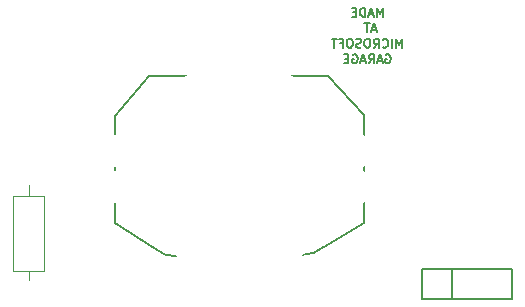
<source format=gbr>
G04 #@! TF.FileFunction,Legend,Bot*
%FSLAX46Y46*%
G04 Gerber Fmt 4.6, Leading zero omitted, Abs format (unit mm)*
G04 Created by KiCad (PCBNEW 4.0.7) date 09/18/18 19:10:44*
%MOMM*%
%LPD*%
G01*
G04 APERTURE LIST*
%ADD10C,0.100000*%
%ADD11C,0.187500*%
%ADD12C,0.150000*%
%ADD13C,0.120000*%
%ADD14C,2.686000*%
%ADD15C,18.180000*%
%ADD16R,2.200000X2.200000*%
%ADD17C,2.200000*%
%ADD18C,2.000000*%
%ADD19O,2.000000X2.000000*%
%ADD20R,1.797000X1.797000*%
%ADD21C,1.797000*%
%ADD22C,7.400000*%
G04 APERTURE END LIST*
D10*
D11*
X140235714Y-106640536D02*
X140235714Y-105890536D01*
X139985714Y-106426250D01*
X139735714Y-105890536D01*
X139735714Y-106640536D01*
X139414285Y-106426250D02*
X139057142Y-106426250D01*
X139485713Y-106640536D02*
X139235713Y-105890536D01*
X138985713Y-106640536D01*
X138735714Y-106640536D02*
X138735714Y-105890536D01*
X138557142Y-105890536D01*
X138449999Y-105926250D01*
X138378571Y-105997679D01*
X138342856Y-106069107D01*
X138307142Y-106211964D01*
X138307142Y-106319107D01*
X138342856Y-106461964D01*
X138378571Y-106533393D01*
X138449999Y-106604821D01*
X138557142Y-106640536D01*
X138735714Y-106640536D01*
X137985714Y-106247679D02*
X137735714Y-106247679D01*
X137628571Y-106640536D02*
X137985714Y-106640536D01*
X137985714Y-105890536D01*
X137628571Y-105890536D01*
X139700000Y-107738750D02*
X139342857Y-107738750D01*
X139771428Y-107953036D02*
X139521428Y-107203036D01*
X139271428Y-107953036D01*
X139128571Y-107203036D02*
X138700000Y-107203036D01*
X138914286Y-107953036D02*
X138914286Y-107203036D01*
X141878572Y-109265536D02*
X141878572Y-108515536D01*
X141628572Y-109051250D01*
X141378572Y-108515536D01*
X141378572Y-109265536D01*
X141021429Y-109265536D02*
X141021429Y-108515536D01*
X140235714Y-109194107D02*
X140271428Y-109229821D01*
X140378571Y-109265536D01*
X140450000Y-109265536D01*
X140557143Y-109229821D01*
X140628571Y-109158393D01*
X140664286Y-109086964D01*
X140700000Y-108944107D01*
X140700000Y-108836964D01*
X140664286Y-108694107D01*
X140628571Y-108622679D01*
X140557143Y-108551250D01*
X140450000Y-108515536D01*
X140378571Y-108515536D01*
X140271428Y-108551250D01*
X140235714Y-108586964D01*
X139485714Y-109265536D02*
X139735714Y-108908393D01*
X139914286Y-109265536D02*
X139914286Y-108515536D01*
X139628571Y-108515536D01*
X139557143Y-108551250D01*
X139521428Y-108586964D01*
X139485714Y-108658393D01*
X139485714Y-108765536D01*
X139521428Y-108836964D01*
X139557143Y-108872679D01*
X139628571Y-108908393D01*
X139914286Y-108908393D01*
X139021428Y-108515536D02*
X138878571Y-108515536D01*
X138807143Y-108551250D01*
X138735714Y-108622679D01*
X138700000Y-108765536D01*
X138700000Y-109015536D01*
X138735714Y-109158393D01*
X138807143Y-109229821D01*
X138878571Y-109265536D01*
X139021428Y-109265536D01*
X139092857Y-109229821D01*
X139164286Y-109158393D01*
X139200000Y-109015536D01*
X139200000Y-108765536D01*
X139164286Y-108622679D01*
X139092857Y-108551250D01*
X139021428Y-108515536D01*
X138414286Y-109229821D02*
X138307143Y-109265536D01*
X138128572Y-109265536D01*
X138057143Y-109229821D01*
X138021429Y-109194107D01*
X137985714Y-109122679D01*
X137985714Y-109051250D01*
X138021429Y-108979821D01*
X138057143Y-108944107D01*
X138128572Y-108908393D01*
X138271429Y-108872679D01*
X138342857Y-108836964D01*
X138378572Y-108801250D01*
X138414286Y-108729821D01*
X138414286Y-108658393D01*
X138378572Y-108586964D01*
X138342857Y-108551250D01*
X138271429Y-108515536D01*
X138092857Y-108515536D01*
X137985714Y-108551250D01*
X137521428Y-108515536D02*
X137378571Y-108515536D01*
X137307143Y-108551250D01*
X137235714Y-108622679D01*
X137200000Y-108765536D01*
X137200000Y-109015536D01*
X137235714Y-109158393D01*
X137307143Y-109229821D01*
X137378571Y-109265536D01*
X137521428Y-109265536D01*
X137592857Y-109229821D01*
X137664286Y-109158393D01*
X137700000Y-109015536D01*
X137700000Y-108765536D01*
X137664286Y-108622679D01*
X137592857Y-108551250D01*
X137521428Y-108515536D01*
X136628572Y-108872679D02*
X136878572Y-108872679D01*
X136878572Y-109265536D02*
X136878572Y-108515536D01*
X136521429Y-108515536D01*
X136342857Y-108515536D02*
X135914286Y-108515536D01*
X136128572Y-109265536D02*
X136128572Y-108515536D01*
X140485713Y-109863750D02*
X140557142Y-109828036D01*
X140664285Y-109828036D01*
X140771428Y-109863750D01*
X140842856Y-109935179D01*
X140878571Y-110006607D01*
X140914285Y-110149464D01*
X140914285Y-110256607D01*
X140878571Y-110399464D01*
X140842856Y-110470893D01*
X140771428Y-110542321D01*
X140664285Y-110578036D01*
X140592856Y-110578036D01*
X140485713Y-110542321D01*
X140449999Y-110506607D01*
X140449999Y-110256607D01*
X140592856Y-110256607D01*
X140164285Y-110363750D02*
X139807142Y-110363750D01*
X140235713Y-110578036D02*
X139985713Y-109828036D01*
X139735713Y-110578036D01*
X139057142Y-110578036D02*
X139307142Y-110220893D01*
X139485714Y-110578036D02*
X139485714Y-109828036D01*
X139199999Y-109828036D01*
X139128571Y-109863750D01*
X139092856Y-109899464D01*
X139057142Y-109970893D01*
X139057142Y-110078036D01*
X139092856Y-110149464D01*
X139128571Y-110185179D01*
X139199999Y-110220893D01*
X139485714Y-110220893D01*
X138771428Y-110363750D02*
X138414285Y-110363750D01*
X138842856Y-110578036D02*
X138592856Y-109828036D01*
X138342856Y-110578036D01*
X137699999Y-109863750D02*
X137771428Y-109828036D01*
X137878571Y-109828036D01*
X137985714Y-109863750D01*
X138057142Y-109935179D01*
X138092857Y-110006607D01*
X138128571Y-110149464D01*
X138128571Y-110256607D01*
X138092857Y-110399464D01*
X138057142Y-110470893D01*
X137985714Y-110542321D01*
X137878571Y-110578036D01*
X137807142Y-110578036D01*
X137699999Y-110542321D01*
X137664285Y-110506607D01*
X137664285Y-110256607D01*
X137807142Y-110256607D01*
X137342857Y-110185179D02*
X137092857Y-110185179D01*
X136985714Y-110578036D02*
X137342857Y-110578036D01*
X137342857Y-109828036D01*
X136985714Y-109828036D01*
D12*
X135261500Y-126096500D02*
X138627000Y-124128000D01*
X120910500Y-126223500D02*
X117545000Y-124128000D01*
X135286900Y-126096500D02*
G75*
G02X131603900Y-125969500I-1778000J1905000D01*
G01*
X124580800Y-126096500D02*
G75*
G02X120897800Y-126223500I-1905000J1778000D01*
G01*
X124530000Y-126096500D02*
G75*
G02X131642000Y-125969500I3619500J-3492500D01*
G01*
X120466000Y-111682000D02*
X117545000Y-115047500D01*
X138627000Y-114984000D02*
X135642500Y-111618500D01*
X135706000Y-111682000D02*
X120466000Y-111682000D01*
X138627000Y-124128000D02*
X138627000Y-114984000D01*
X117545000Y-124128000D02*
X117545000Y-114984000D01*
D13*
X108960000Y-121780000D02*
X111580000Y-121780000D01*
X111580000Y-121780000D02*
X111580000Y-128200000D01*
X111580000Y-128200000D02*
X108960000Y-128200000D01*
X108960000Y-128200000D02*
X108960000Y-121780000D01*
X110270000Y-120890000D02*
X110270000Y-121780000D01*
X110270000Y-129090000D02*
X110270000Y-128200000D01*
D12*
X143550000Y-127980000D02*
X143550000Y-130520000D01*
X143550000Y-130520000D02*
X151170000Y-130520000D01*
X151170000Y-130520000D02*
X151170000Y-127980000D01*
X151170000Y-127980000D02*
X143550000Y-127980000D01*
X146090000Y-130520000D02*
X146090000Y-127980000D01*
%LPC*%
D14*
X138500000Y-121080000D03*
X117672000Y-121080000D03*
X138500000Y-118032000D03*
X117672000Y-118032000D03*
D15*
X128086000Y-119556000D03*
D16*
X134820000Y-101800000D03*
D17*
X134820000Y-104340000D03*
D16*
X147990000Y-102040000D03*
D17*
X147990000Y-104580000D03*
D18*
X110270000Y-119910000D03*
D19*
X110270000Y-130070000D03*
D20*
X144820000Y-129250000D03*
D21*
X147360000Y-129250000D03*
X149900000Y-129250000D03*
D22*
X141830000Y-97460000D03*
M02*

</source>
